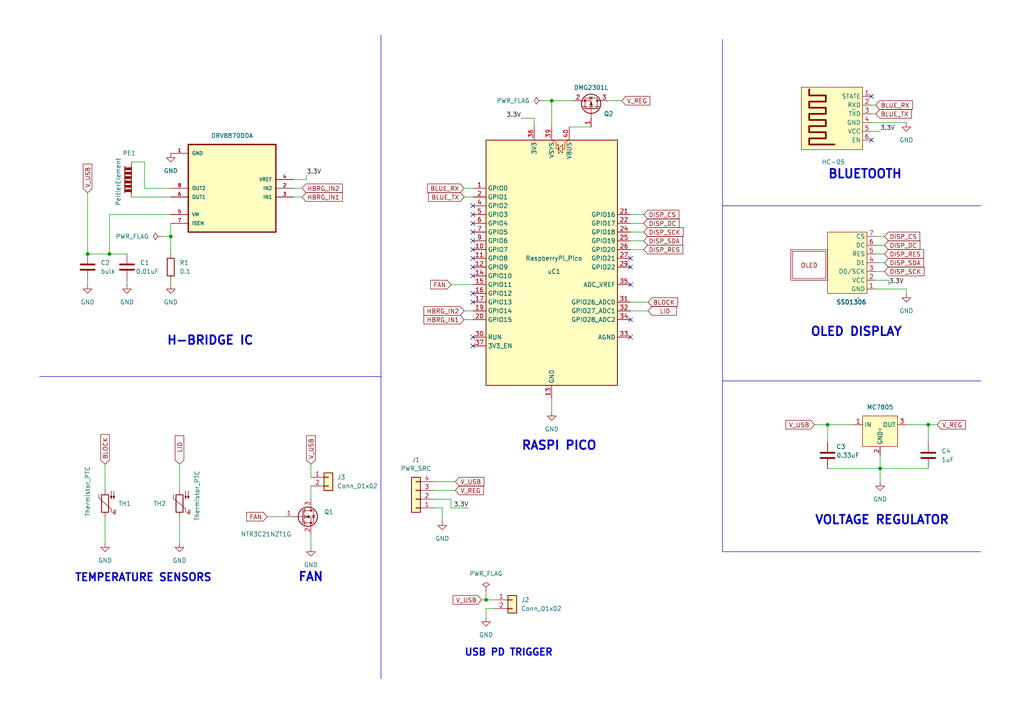
<source format=kicad_sch>
(kicad_sch (version 20230121) (generator eeschema)
  (paper "A4")
  (title_block (title "Pocket PCR Schematics") (date "14-02-2024") (rev "1") (company "TUE-16 IIT Bombay") (comment 1 "Made by PNP"))
  (lib_symbols
    (symbol "Connector_Generic:Conn_01x02" (pin_names (offset 1.016) hide)
      (property "Reference" "J" (at 0 2.54 0))
      (property "Value" "Conn_01x02" (at 0 -5.08 0))
      (symbol "Conn_01x02_1_1"
        (rectangle (start -1.27 -2.413) (end 0 -2.667) (stroke (width 0.1524)))
        (rectangle (start -1.27 0.127) (end 0 -0.127) (stroke (width 0.1524)))
        (rectangle (start -1.27 1.27) (end 1.27 -3.81) (stroke (width 0.254)) (fill (type background)))
        (pin passive line (at -5.08 0 0) (length 3.81) (name "Pin_1") (number "1"))
        (pin passive line (at -5.08 -2.54 0) (length 3.81) (name "Pin_2") (number "2"))
      )
    )
    (symbol "Connector_Generic:Conn_01x04" (pin_names (offset 1.016) hide)
      (property "Reference" "J" (at 0 5.08 0))
      (property "Value" "Conn_01x04" (at 0 -7.62 0))
      (symbol "Conn_01x04_1_1"
        (rectangle (start -1.27 -4.953) (end 0 -5.207) (stroke (width 0.1524)))
        (rectangle (start -1.27 -2.413) (end 0 -2.667) (stroke (width 0.1524)))
        (rectangle (start -1.27 0.127) (end 0 -0.127) (stroke (width 0.1524)))
        (rectangle (start -1.27 2.667) (end 0 2.413) (stroke (width 0.1524)))
        (rectangle (start -1.27 3.81) (end 1.27 -6.35) (stroke (width 0.254)) (fill (type background)))
        (pin passive line (at -5.08 2.54 0) (length 3.81) (name "Pin_1") (number "1"))
        (pin passive line (at -5.08 0 0) (length 3.81) (name "Pin_2") (number "2"))
        (pin passive line (at -5.08 -2.54 0) (length 3.81) (name "Pin_3") (number "3"))
        (pin passive line (at -5.08 -5.08 0) (length 3.81) (name "Pin_4") (number "4"))
      )
    )
    (symbol "Custom_Components:HC-05"
      (property "Reference" "HC-05" (at 6.35 -13.462 0))
      (symbol "HC-05_1_1"
        (rectangle (start -2.54 6.477) (end 15.24 -11.684) (fill (type background)))
        (polyline (pts (xy 12.954 5.842) (xy 12.954 4.318) (xy 12.954 4.064) (xy 8.128 4.064) (xy 8.128 2.286) (xy 12.954 2.286) (xy 12.954 0.508) (xy 8.128 0.508) (xy 8.128 -1.27) (xy 12.954 -1.27) (xy 12.954 -2.794) (xy 12.954 -3.048) (xy 8.128 -3.048) (xy 8.128 -4.826) (xy 12.954 -4.826) (xy 12.954 -6.604) (xy 8.128 -6.604) (xy 8.128 -8.382) (xy 12.7 -8.382) (xy 12.954 -8.382) (xy 12.954 -10.16) (xy 5.588 -10.16)) (stroke (width 0.5)))
        (pin output line (at -5.08 3.81 0) (length 2.54) (name "STATE") (number "1"))
        (pin input line (at -5.08 1.27 0) (length 2.54) (name "RXD") (number "2"))
        (pin output line (at -5.08 -1.27 0) (length 2.54) (name "TXD") (number "3"))
        (pin input line (at -5.08 -3.81 0) (length 2.54) (name "GND") (number "4"))
        (pin input line (at -5.08 -6.35 0) (length 2.54) (name "VCC") (number "5"))
        (pin input line (at -5.08 -8.89 0) (length 2.54) (name "EN") (number "6"))
      )
    )
    (symbol "Custom_Components:MC7805AC"
      (property "Reference" "MC7805" (at 0 6.35 0))
      (symbol "MC7805AC_0_1"
        (rectangle (start 3.81 -2.54) (end 3.81 -2.54))
      )
      (symbol "MC7805AC_1_1"
        (rectangle (start -5.08 3.81) (end 5.08 -5.08) (fill (type background)))
        (pin power_in line (at -7.62 1.27 0) (length 2.54) (name "IN") (number "1"))
        (pin power_in line (at 0 -7.62 90) (length 2.54) (name "GND") (number "2"))
        (pin power_out line (at 7.62 1.27 180) (length 2.54) (name "OUT") (number "3"))
      )
    )
    (symbol "Custom_Components:SSD1306"
      (property "Reference" "SSD1306" (at 3.81 -15.24 0))
      (symbol "SSD1306_0_1"
        (rectangle (start 8.89 0) (end 19.558 -8.89))
        (rectangle (start 9.398 -0.508) (end 19.05 -8.382))
      )
      (symbol "SSD1306_1_1"
        (rectangle (start -2.54 3.81) (end 8.89 -13.97) (fill (type background)))
        (text "OLED" (at 14.224 -4.318 0) (effects (font (size 1.27 1.27))))
        (pin input line (at -5.08 2.54 0) (length 2.54) (name "GND") (number "1"))
        (pin input line (at -5.08 0 0) (length 2.54) (name "VCC") (number "2"))
        (pin input line (at -5.08 -2.54 0) (length 2.54) (name "D0/SCK") (number "3"))
        (pin input line (at -5.08 -5.08 0) (length 2.54) (name "D1") (number "4"))
        (pin input line (at -5.08 -7.62 0) (length 2.54) (name "RES") (number "5"))
        (pin input line (at -5.08 -10.16 0) (length 2.54) (name "DC") (number "6"))
        (pin input line (at -5.08 -12.7 0) (length 2.54) (name "CS") (number "7"))
      )
    )
    (symbol "DRV8870DDA:DRV8870DDA" (pin_names (offset 1.016))
      (property "Reference" "U" (at -12.7 13.7 0))
      (property "Value" "DRV8870DDA" (at -12.7 -16.7 0))
      (symbol "DRV8870DDA_0_0"
        (rectangle (start -12.7 -12.7) (end 12.7 12.7) (stroke (width 0.41)) (fill (type background)))
        (pin power_in line (at 17.78 -10.16 180) (length 5.08) (name "GND") (number "1"))
        (pin input line (at -17.78 0 0) (length 5.08) (name "IN2") (number "2"))
        (pin input line (at -17.78 2.54 0) (length 5.08) (name "IN1") (number "3"))
        (pin input line (at -17.78 -2.54 0) (length 5.08) (name "VREF") (number "4"))
        (pin power_in line (at 17.78 7.62 180) (length 5.08) (name "VM") (number "5"))
        (pin output line (at 17.78 2.54 180) (length 5.08) (name "OUT1") (number "6"))
        (pin power_in line (at 17.78 10.16 180) (length 5.08) (name "ISEN") (number "7"))
        (pin output line (at 17.78 0 180) (length 5.08) (name "OUT2") (number "8"))
      )
    )
    (symbol "Device:C" (pin_numbers hide) (pin_names (offset 0.254))
      (property "Reference" "C" (at 0.635 2.54 0))
      (property "Value" "C" (at 0.635 -2.54 0))
      (symbol "C_0_1"
        (polyline (pts (xy -2.032 -0.762) (xy 2.032 -0.762)) (stroke (width 0.508)))
        (polyline (pts (xy -2.032 0.762) (xy 2.032 0.762)) (stroke (width 0.508)))
      )
      (symbol "C_1_1"
        (pin passive line (at 0 3.81 270) (length 2.794) (name "~") (number "1"))
        (pin passive line (at 0 -3.81 90) (length 2.794) (name "~") (number "2"))
      )
    )
    (symbol "Device:PeltierElement" (pin_numbers hide) (pin_names (offset 0))
      (property "Reference" "PE" (at 0 3.175 0))
      (property "Value" "PeltierElement" (at 0 -1.27 0))
      (symbol "PeltierElement_0_1"
        (rectangle (start -3.556 1.905) (end -2.921 0) (fill (type outline)))
        (rectangle (start -2.286 1.905) (end -1.651 0) (fill (type outline)))
        (rectangle (start -0.381 1.905) (end -1.016 0) (fill (type outline)))
        (polyline (pts (xy -3.81 0) (xy 3.81 0)) (stroke (width 0.254)) (fill (type outline)))
        (polyline (pts (xy -3.81 1.905) (xy 3.81 1.905)) (stroke (width 0.254)))
        (rectangle (start 0.889 1.905) (end 0.254 0) (fill (type outline)))
        (rectangle (start 1.524 0) (end 2.159 1.905) (fill (type outline)))
        (rectangle (start 2.794 0) (end 3.429 1.905) (fill (type outline)))
      )
      (symbol "PeltierElement_1_1"
        (pin passive line (at -5.08 0 0) (length 1.27) (name "~") (number "1"))
        (pin passive line (at 5.08 0 180) (length 1.27) (name "~") (number "2"))
      )
    )
    (symbol "Device:Q_NMOS_GSD" (pin_names (offset 0) hide)
      (property "Reference" "Q" (at 5.08 1.27 0))
      (property "Value" "Q_NMOS_GSD" (at 5.08 -1.27 0))
      (symbol "Q_NMOS_GSD_0_1"
        (polyline (pts (xy 0.254 0) (xy -2.54 0)))
        (polyline (pts (xy 0.254 1.905) (xy 0.254 -1.905)) (stroke (width 0.254)))
        (polyline (pts (xy 0.762 -1.27) (xy 0.762 -2.286)) (stroke (width 0.254)))
        (polyline (pts (xy 0.762 0.508) (xy 0.762 -0.508)) (stroke (width 0.254)))
        (polyline (pts (xy 0.762 2.286) (xy 0.762 1.27)) (stroke (width 0.254)))
        (polyline (pts (xy 2.54 2.54) (xy 2.54 1.778)))
        (polyline (pts (xy 2.54 -2.54) (xy 2.54 0) (xy 0.762 0)))
        (polyline (pts (xy 0.762 -1.778) (xy 3.302 -1.778) (xy 3.302 1.778) (xy 0.762 1.778)))
        (polyline (pts (xy 1.016 0) (xy 2.032 0.381) (xy 2.032 -0.381) (xy 1.016 0)) (fill (type outline)))
        (polyline (pts (xy 2.794 0.508) (xy 2.921 0.381) (xy 3.683 0.381) (xy 3.81 0.254)))
        (polyline (pts (xy 3.302 0.381) (xy 2.921 -0.254) (xy 3.683 -0.254) (xy 3.302 0.381)))
        (circle (center 1.651 0) (radius 2.794) (stroke (width 0.254)))
        (circle (center 2.54 -1.778) (radius 0.254) (fill (type outline)))
        (circle (center 2.54 1.778) (radius 0.254) (fill (type outline)))
      )
      (symbol "Q_NMOS_GSD_1_1"
        (pin input line (at -5.08 0 0) (length 2.54) (name "G") (number "1"))
        (pin passive line (at 2.54 -5.08 90) (length 2.54) (name "S") (number "2"))
        (pin passive line (at 2.54 5.08 270) (length 2.54) (name "D") (number "3"))
      )
    )
    (symbol "Device:R" (pin_numbers hide) (pin_names (offset 0))
      (property "Reference" "R" (at 2.032 0 90))
      (property "Value" "R" (at 0 0 90))
      (symbol "R_0_1"
        (rectangle (start -1.016 -2.54) (end 1.016 2.54) (stroke (width 0.254)))
      )
      (symbol "R_1_1"
        (pin passive line (at 0 3.81 270) (length 1.27) (name "~") (number "1"))
        (pin passive line (at 0 -3.81 90) (length 1.27) (name "~") (number "2"))
      )
    )
    (symbol "Device:Thermistor_PTC" (pin_numbers hide) (pin_names (offset 0))
      (property "Reference" "TH" (at -4.064 0 90))
      (property "Value" "Thermistor_PTC" (at 3.048 0 90))
      (symbol "Thermistor_PTC_0_1"
        (arc (start -3.048 2.159) (mid -3.0495 2.3143) (end -3.175 2.413))
        (arc (start -3.048 2.159) (mid -2.9736 1.9794) (end -2.794 1.905))
        (arc (start -3.048 2.794) (mid -2.9736 2.6144) (end -2.794 2.54))
        (arc (start -2.794 1.905) (mid -2.6144 1.9794) (end -2.54 2.159))
        (arc (start -2.794 2.54) (mid -2.4393 2.5587) (end -2.159 2.794))
        (arc (start -2.794 3.048) (mid -2.9736 2.9736) (end -3.048 2.794))
        (arc (start -2.54 2.794) (mid -2.6144 2.9736) (end -2.794 3.048))
        (rectangle (start -1.016 2.54) (end 1.016 -2.54) (stroke (width 0.254)))
        (polyline (pts (xy -2.54 2.159) (xy -2.54 2.794)))
        (polyline (pts (xy -1.778 2.54) (xy -1.778 1.524) (xy 1.778 -1.524) (xy 1.778 -2.54)))
        (polyline (pts (xy -2.54 -3.683) (xy -2.54 -1.397) (xy -2.794 -2.159) (xy -2.286 -2.159) (xy -2.54 -1.397) (xy -2.54 -1.651)) (fill (type outline)))
        (polyline (pts (xy -1.778 -3.683) (xy -1.778 -1.397) (xy -2.032 -2.159) (xy -1.524 -2.159) (xy -1.778 -1.397) (xy -1.778 -1.651)) (fill (type outline)))
      )
      (symbol "Thermistor_PTC_1_1"
        (pin passive line (at 0 3.81 270) (length 1.27) (name "~") (number "1"))
        (pin passive line (at 0 -3.81 90) (length 1.27) (name "~") (number "2"))
      )
    )
    (symbol "MCU_Module_RaspberryPi_Pico:RaspberryPi_Pico"
      (property "Reference" "U" (at -19.05 38.1 0))
      (property "Value" "RaspberryPi_Pico" (at 7.62 38.1 0))
      (symbol "RaspberryPi_Pico_0_1"
        (rectangle (start -19.05 36.83) (end 19.05 -34.29) (stroke (width 0.254)) (fill (type background)))
        (polyline (pts (xy 0 36.83) (xy 1.27 36.195) (xy 1.27 34.29) (xy 1.905 34.29)))
        (polyline (pts (xy 1.905 34.29) (xy 3.175 35.56) (xy 3.175 33.02) (xy 1.905 34.29)))
        (polyline (pts (xy 5.08 36.83) (xy 3.81 36.195) (xy 3.81 34.29) (xy 3.175 34.29)))
        (polyline (pts (xy 1.651 35.306) (xy 1.651 35.56) (xy 1.905 35.56) (xy 1.905 33.02) (xy 2.159 33.02) (xy 2.159 33.274)))
      )
      (symbol "RaspberryPi_Pico_1_1"
        (pin bidirectional line (at -22.86 22.86 0) (length 3.81) (name "GPIO0") (number "1"))
        (pin bidirectional line (at -22.86 5.08 0) (length 3.81) (name "GPIO7") (number "10"))
        (pin bidirectional line (at -22.86 2.54 0) (length 3.81) (name "GPIO8") (number "11"))
        (pin bidirectional line (at -22.86 0 0) (length 3.81) (name "GPIO9") (number "12"))
        (pin power_out line (at 0 -38.1 90) (length 3.81) (name "GND") (number "13"))
        (pin bidirectional line (at -22.86 -2.54 0) (length 3.81) (name "GPIO10") (number "14"))
        (pin bidirectional line (at -22.86 -5.08 0) (length 3.81) (name "GPIO11") (number "15"))
        (pin bidirectional line (at -22.86 -7.62 0) (length 3.81) (name "GPIO12") (number "16"))
        (pin bidirectional line (at -22.86 -10.16 0) (length 3.81) (name "GPIO13") (number "17"))
        (pin passive line (at 0 -38.1 90) (length 3.81) hide (name "GND") (number "18"))
        (pin bidirectional line (at -22.86 -12.7 0) (length 3.81) (name "GPIO14") (number "19"))
        (pin bidirectional line (at -22.86 20.32 0) (length 3.81) (name "GPIO1") (number "2"))
        (pin bidirectional line (at -22.86 -15.24 0) (length 3.81) (name "GPIO15") (number "20"))
        (pin bidirectional line (at 22.86 15.24 180) (length 3.81) (name "GPIO16") (number "21"))
        (pin bidirectional line (at 22.86 12.7 180) (length 3.81) (name "GPIO17") (number "22"))
        (pin passive line (at 0 -38.1 90) (length 3.81) hide (name "GND") (number "23"))
        (pin bidirectional line (at 22.86 10.16 180) (length 3.81) (name "GPIO18") (number "24"))
        (pin bidirectional line (at 22.86 7.62 180) (length 3.81) (name "GPIO19") (number "25"))
        (pin bidirectional line (at 22.86 5.08 180) (length 3.81) (name "GPIO20") (number "26"))
        (pin bidirectional line (at 22.86 2.54 180) (length 3.81) (name "GPIO21") (number "27"))
        (pin passive line (at 0 -38.1 90) (length 3.81) hide (name "GND") (number "28"))
        (pin bidirectional line (at 22.86 0 180) (length 3.81) (name "GPIO22") (number "29"))
        (pin passive line (at 0 -38.1 90) (length 3.81) hide (name "GND") (number "3"))
        (pin input line (at -22.86 -20.32 0) (length 3.81) (name "RUN") (number "30"))
        (pin bidirectional line (at 22.86 -10.16 180) (length 3.81) (name "GPIO26_ADC0") (number "31"))
        (pin bidirectional line (at 22.86 -12.7 180) (length 3.81) (name "GPIO27_ADC1") (number "32"))
        (pin power_in line (at 22.86 -20.32 180) (length 3.81) (name "AGND") (number "33"))
        (pin bidirectional line (at 22.86 -15.24 180) (length 3.81) (name "GPIO28_ADC2") (number "34"))
        (pin power_in line (at 22.86 -5.08 180) (length 3.81) (name "ADC_VREF") (number "35"))
        (pin power_out line (at -5.08 40.64 270) (length 3.81) (name "3V3") (number "36"))
        (pin input line (at -22.86 -22.86 0) (length 3.81) (name "3V3_EN") (number "37"))
        (pin passive line (at 0 -38.1 90) (length 3.81) hide (name "GND") (number "38"))
        (pin power_in line (at 0 40.64 270) (length 3.81) (name "VSYS") (number "39"))
        (pin bidirectional line (at -22.86 17.78 0) (length 3.81) (name "GPIO2") (number "4"))
        (pin power_out line (at 5.08 40.64 270) (length 3.81) (name "VBUS") (number "40"))
        (pin bidirectional line (at -22.86 15.24 0) (length 3.81) (name "GPIO3") (number "5"))
        (pin bidirectional line (at -22.86 12.7 0) (length 3.81) (name "GPIO4") (number "6"))
        (pin bidirectional line (at -22.86 10.16 0) (length 3.81) (name "GPIO5") (number "7"))
        (pin passive line (at 0 -38.1 90) (length 3.81) hide (name "GND") (number "8"))
        (pin bidirectional line (at -22.86 7.62 0) (length 3.81) (name "GPIO6") (number "9"))
      )
    )
    (symbol "Transistor_FET:DMG2301L" (pin_names hide)
      (property "Reference" "Q" (at 5.08 1.905 0))
      (property "Value" "DMG2301L" (at 5.08 0 0))
      (symbol "DMG2301L_0_1"
        (polyline (pts (xy 0.254 0) (xy -2.54 0)))
        (polyline (pts (xy 0.254 1.905) (xy 0.254 -1.905)) (stroke (width 0.254)))
        (polyline (pts (xy 0.762 -1.27) (xy 0.762 -2.286)) (stroke (width 0.254)))
        (polyline (pts (xy 0.762 0.508) (xy 0.762 -0.508)) (stroke (width 0.254)))
        (polyline (pts (xy 0.762 2.286) (xy 0.762 1.27)) (stroke (width 0.254)))
        (polyline (pts (xy 2.54 2.54) (xy 2.54 1.778)))
        (polyline (pts (xy 2.54 -2.54) (xy 2.54 0) (xy 0.762 0)))
        (polyline (pts (xy 0.762 1.778) (xy 3.302 1.778) (xy 3.302 -1.778) (xy 0.762 -1.778)))
        (polyline (pts (xy 2.286 0) (xy 1.27 0.381) (xy 1.27 -0.381) (xy 2.286 0)) (fill (type outline)))
        (polyline (pts (xy 2.794 -0.508) (xy 2.921 -0.381) (xy 3.683 -0.381) (xy 3.81 -0.254)))
        (polyline (pts (xy 3.302 -0.381) (xy 2.921 0.254) (xy 3.683 0.254) (xy 3.302 -0.381)))
        (circle (center 1.651 0) (radius 2.794) (stroke (width 0.254)))
        (circle (center 2.54 -1.778) (radius 0.254) (fill (type outline)))
        (circle (center 2.54 1.778) (radius 0.254) (fill (type outline)))
      )
      (symbol "DMG2301L_1_1"
        (pin input line (at -5.08 0 0) (length 2.54) (name "G") (number "1"))
        (pin passive line (at 2.54 -5.08 90) (length 2.54) (name "S") (number "2"))
        (pin passive line (at 2.54 5.08 270) (length 2.54) (name "D") (number "3"))
      )
    )
    (symbol "power:GND" (power) (pin_names (offset 0))
      (property "Value" "GND" (at 0 -3.81 0))
      (symbol "GND_0_1"
        (polyline (pts (xy 0 0) (xy 0 -1.27) (xy 1.27 -1.27) (xy 0 -2.54) (xy -1.27 -1.27) (xy 0 -1.27)))
      )
      (symbol "GND_1_1"
        (pin power_in line (at 0 0 270) (length 0) hide (name "GND") (number "1"))
      )
    )
    (symbol "power:PWR_FLAG" (power) (pin_numbers hide) (pin_names (offset 0) hide)
      (property "Value" "PWR_FLAG" (at 0 3.81 0))
      (symbol "PWR_FLAG_0_0"
        (pin power_out line (at 0 0 90) (length 0) (name "pwr") (number "1"))
      )
      (symbol "PWR_FLAG_0_1"
        (polyline (pts (xy 0 0) (xy 0 1.27) (xy -1.016 1.905) (xy 0 2.54) (xy 1.016 1.905) (xy 0 1.27)))
      )
    )
  )
  (junction (at 269.24 123.19))
  (junction (at 31.75 73.66))
  (junction (at 160.02 29.21))
  (junction (at 255.27 135.89))
  (junction (at 25.4 73.66))
  (junction (at 49.53 68.58))
  (junction (at 240.03 123.19))
  (junction (at 140.97 173.99))
  (no_connect (at 137.16 77.47))
  (no_connect (at 137.16 85.09))
  (no_connect (at 182.88 82.55))
  (no_connect (at 137.16 80.01))
  (no_connect (at 137.16 59.69))
  (no_connect (at 137.16 100.33))
  (no_connect (at 137.16 74.93))
  (no_connect (at 137.16 62.23))
  (no_connect (at 252.73 27.94))
  (no_connect (at 137.16 87.63))
  (no_connect (at 137.16 69.85))
  (no_connect (at 252.73 40.64))
  (no_connect (at 182.88 92.71))
  (no_connect (at 137.16 67.31))
  (no_connect (at 137.16 64.77))
  (no_connect (at 137.16 72.39))
  (no_connect (at 182.88 97.79))
  (no_connect (at 182.88 74.93))
  (no_connect (at 137.16 97.79))
  (no_connect (at 182.88 77.47))
  (wire (pts (xy 125.73 142.24) (xy 132.08 142.24)))
  (wire (pts (xy 256.54 73.66) (xy 254 73.66)))
  (wire (pts (xy 52.07 134.62) (xy 52.07 142.24)))
  (wire (pts (xy 130.81 82.55) (xy 137.16 82.55)))
  (wire (pts (xy 90.17 140.97) (xy 90.17 144.78)))
  (wire (pts (xy 252.73 30.48) (xy 254 30.48)))
  (wire (pts (xy 262.89 83.82) (xy 262.89 85.09)))
  (polyline (pts (xy 11.43 109.22) (xy 110.49 109.22)))
  (wire (pts (xy 88.9 52.07) (xy 88.9 50.8)))
  (wire (pts (xy 49.53 64.77) (xy 49.53 68.58)))
  (wire (pts (xy 236.22 123.19) (xy 240.03 123.19)))
  (wire (pts (xy 134.62 92.71) (xy 137.16 92.71)))
  (wire (pts (xy 25.4 81.28) (xy 25.4 82.55)))
  (wire (pts (xy 165.1 36.83) (xy 171.45 36.83)))
  (wire (pts (xy 31.75 62.23) (xy 31.75 73.66)))
  (wire (pts (xy 269.24 123.19) (xy 269.24 128.27)))
  (wire (pts (xy 255.27 135.89) (xy 269.24 135.89)))
  (wire (pts (xy 257.81 81.28) (xy 257.81 82.55)))
  (wire (pts (xy 182.88 69.85) (xy 186.69 69.85)))
  (wire (pts (xy 160.02 115.57) (xy 160.02 119.38)))
  (wire (pts (xy 31.75 62.23) (xy 49.53 62.23)))
  (wire (pts (xy 140.97 173.99) (xy 143.51 173.99)))
  (wire (pts (xy 85.09 54.61) (xy 87.63 54.61)))
  (wire (pts (xy 128.27 147.32) (xy 128.27 151.13)))
  (polyline (pts (xy 209.55 160.02) (xy 284.48 160.02)))
  (wire (pts (xy 25.4 73.66) (xy 31.75 73.66)))
  (wire (pts (xy 143.51 176.53) (xy 140.97 176.53)))
  (wire (pts (xy 256.54 78.74) (xy 254 78.74)))
  (wire (pts (xy 252.73 33.02) (xy 254 33.02)))
  (wire (pts (xy 262.89 123.19) (xy 269.24 123.19)))
  (wire (pts (xy 49.53 81.28) (xy 49.53 82.55)))
  (wire (pts (xy 49.53 68.58) (xy 49.53 73.66)))
  (wire (pts (xy 36.83 82.55) (xy 36.83 81.28)))
  (wire (pts (xy 77.47 149.86) (xy 82.55 149.86)))
  (wire (pts (xy 256.54 76.2) (xy 254 76.2)))
  (wire (pts (xy 52.07 149.86) (xy 52.07 157.48)))
  (wire (pts (xy 134.62 54.61) (xy 137.16 54.61)))
  (wire (pts (xy 125.73 139.7) (xy 132.08 139.7)))
  (wire (pts (xy 140.97 171.45) (xy 140.97 173.99)))
  (wire (pts (xy 252.73 35.56) (xy 262.89 35.56)))
  (wire (pts (xy 130.81 147.32) (xy 135.89 147.32)))
  (wire (pts (xy 30.48 134.62) (xy 30.48 142.24)))
  (wire (pts (xy 262.89 83.82) (xy 254 83.82)))
  (wire (pts (xy 166.37 29.21) (xy 160.02 29.21)))
  (wire (pts (xy 130.81 147.32) (xy 130.81 144.78)))
  (wire (pts (xy 182.88 90.17) (xy 187.96 90.17)))
  (wire (pts (xy 252.73 38.1) (xy 255.27 38.1)))
  (wire (pts (xy 182.88 87.63) (xy 187.96 87.63)))
  (wire (pts (xy 140.97 176.53) (xy 140.97 179.07)))
  (wire (pts (xy 160.02 29.21) (xy 160.02 36.83)))
  (wire (pts (xy 269.24 123.19) (xy 271.78 123.19)))
  (wire (pts (xy 182.88 72.39) (xy 186.69 72.39)))
  (wire (pts (xy 85.09 52.07) (xy 88.9 52.07)))
  (wire (pts (xy 134.62 57.15) (xy 137.16 57.15)))
  (wire (pts (xy 182.88 64.77) (xy 186.69 64.77)))
  (polyline (pts (xy 209.55 110.49) (xy 284.48 110.49)))
  (wire (pts (xy 139.7 173.99) (xy 140.97 173.99)))
  (wire (pts (xy 256.54 68.58) (xy 254 68.58)))
  (wire (pts (xy 154.94 34.29) (xy 154.94 36.83)))
  (wire (pts (xy 240.03 123.19) (xy 240.03 128.27)))
  (wire (pts (xy 130.81 144.78) (xy 125.73 144.78)))
  (polyline (pts (xy 209.55 59.69) (xy 284.48 59.69)))
  (wire (pts (xy 157.48 29.21) (xy 160.02 29.21)))
  (wire (pts (xy 257.81 81.28) (xy 254 81.28)))
  (polyline (pts (xy 209.55 11.43) (xy 209.55 160.02)))
  (wire (pts (xy 49.53 54.61) (xy 41.91 54.61)))
  (wire (pts (xy 85.09 57.15) (xy 87.63 57.15)))
  (wire (pts (xy 240.03 123.19) (xy 247.65 123.19)))
  (wire (pts (xy 240.03 135.89) (xy 255.27 135.89)))
  (wire (pts (xy 256.54 71.12) (xy 254 71.12)))
  (wire (pts (xy 176.53 29.21) (xy 180.34 29.21)))
  (wire (pts (xy 41.91 46.99) (xy 38.1 46.99)))
  (wire (pts (xy 25.4 55.88) (xy 25.4 73.66)))
  (wire (pts (xy 151.13 34.29) (xy 154.94 34.29)))
  (wire (pts (xy 255.27 135.89) (xy 255.27 139.7)))
  (wire (pts (xy 41.91 54.61) (xy 41.91 46.99)))
  (wire (pts (xy 90.17 154.94) (xy 90.17 158.75)))
  (wire (pts (xy 31.75 73.66) (xy 36.83 73.66)))
  (wire (pts (xy 182.88 67.31) (xy 186.69 67.31)))
  (polyline (pts (xy 110.49 10.16) (xy 110.49 196.85)))
  (wire (pts (xy 182.88 62.23) (xy 186.69 62.23)))
  (wire (pts (xy 30.48 149.86) (xy 30.48 157.48)))
  (wire (pts (xy 90.17 134.62) (xy 90.17 138.43)))
  (wire (pts (xy 38.1 57.15) (xy 49.53 57.15)))
  (wire (pts (xy 134.62 90.17) (xy 137.16 90.17)))
  (wire (pts (xy 255.27 132.08) (xy 255.27 135.89)))
  (wire (pts (xy 46.99 68.58) (xy 49.53 68.58)))
  (wire (pts (xy 125.73 147.32) (xy 128.27 147.32)))
  (text "RASPI PICO" (at 151.13 130.81 0) (effects (font (size 2.5 2.5) (thickness 0.5) bold) (justify left bottom)))
  (text "FAN\n" (at 86.36 168.91 0) (effects (font (size 2.5 2.5) (thickness 0.5) bold) (justify left bottom)))
  (text "OLED DISPLAY" (at 234.95 97.79 0) (effects (font (size 2.5 2.5) (thickness 0.5) bold) (justify left bottom)))
  (text "BLUETOOTH " (at 240.03 52.07 0) (effects (font (size 2.5 2.5) (thickness 0.5) bold) (justify left bottom)))
  (text "H-BRIDGE IC" (at 48.26 100.33 0) (effects (font (size 2.5 2.5) (thickness 0.5) bold) (justify left bottom)))
  (text "TEMPERATURE SENSORS\n" (at 21.59 168.91 0) (effects (font (size 2.2 2.2) (thickness 0.44) bold) (justify left bottom)))
  (text "VOLTAGE REGULATOR\n" (at 236.22 152.4 0) (effects (font (size 2.5 2.5) (thickness 0.5) bold) (justify left bottom)))
  (text "USB PD TRIGGER\n" (at 134.62 190.5 0) (effects (font (size 2 2) (thickness 0.4) bold) (justify left bottom)))
  (label "3.3V" (at 135.89 147.32 180))
  (label "3.3V" (at 255.27 38.1 0))
  (label "3.3V" (at 257.81 82.55 0))
  (label "3.3V" (at 151.13 34.29 180))
  (label "3.3V" (at 88.9 50.8 0))
  (global_label "BLOCK" (shape input) (at 187.96 87.63 0) (property "Intersheetrefs" "${INTERSHEET_REFS}" (effects hide)))
  (global_label "V_USB" (shape input) (at 25.4 55.88 90) (property "Intersheetrefs" "${INTERSHEET_REFS}" (effects hide)))
  (global_label "V_USB" (shape input) (at 132.08 139.7 0) (property "Intersheetrefs" "${INTERSHEET_REFS}" (effects hide)))
  (global_label "DISP_CS" (shape input) (at 256.54 68.58 0) (property "Intersheetrefs" "${INTERSHEET_REFS}" (effects hide)))
  (global_label "HBRG_IN2" (shape input) (at 87.63 54.61 0) (property "Intersheetrefs" "${INTERSHEET_REFS}" (effects hide)))
  (global_label "BLOCK" (shape input) (at 30.48 134.62 90) (property "Intersheetrefs" "${INTERSHEET_REFS}" (effects hide)))
  (global_label "V_REG" (shape input) (at 132.08 142.24 0) (property "Intersheetrefs" "${INTERSHEET_REFS}" (effects hide)))
  (global_label "HBRG_IN1" (shape input) (at 134.62 92.71 180) (property "Intersheetrefs" "${INTERSHEET_REFS}" (effects hide)))
  (global_label "DISP_SCK" (shape input) (at 256.54 78.74 0) (property "Intersheetrefs" "${INTERSHEET_REFS}" (effects hide)))
  (global_label "DISP_DC" (shape input) (at 186.69 64.77 0) (property "Intersheetrefs" "${INTERSHEET_REFS}" (effects hide)))
  (global_label "V_REG" (shape input) (at 180.34 29.21 0) (property "Intersheetrefs" "${INTERSHEET_REFS}" (effects hide)))
  (global_label "BLUE_RX" (shape input) (at 254 30.48 0) (property "Intersheetrefs" "${INTERSHEET_REFS}" (effects hide)))
  (global_label "HBRG_IN1" (shape input) (at 87.63 57.15 0) (property "Intersheetrefs" "${INTERSHEET_REFS}" (effects hide)))
  (global_label "DISP_CS" (shape input) (at 186.69 62.23 0) (property "Intersheetrefs" "${INTERSHEET_REFS}" (effects hide)))
  (global_label "V_USB" (shape input) (at 236.22 123.19 180) (property "Intersheetrefs" "${INTERSHEET_REFS}" (effects hide)))
  (global_label "DISP_RES" (shape input) (at 186.69 72.39 0) (property "Intersheetrefs" "${INTERSHEET_REFS}" (effects hide)))
  (global_label "V_USB" (shape input) (at 139.7 173.99 180) (property "Intersheetrefs" "${INTERSHEET_REFS}" (effects hide)))
  (global_label "DISP_SDA" (shape input) (at 256.54 76.2 0) (property "Intersheetrefs" "${INTERSHEET_REFS}" (effects hide)))
  (global_label "DISP_SCK" (shape input) (at 186.69 67.31 0) (property "Intersheetrefs" "${INTERSHEET_REFS}" (effects hide)))
  (global_label "BLUE_TX" (shape input) (at 254 33.02 0) (property "Intersheetrefs" "${INTERSHEET_REFS}" (effects hide)))
  (global_label "  LID " (shape input) (at 187.96 90.17 0) (property "Intersheetrefs" "${INTERSHEET_REFS}" (effects hide)))
  (global_label "DISP_DC" (shape input) (at 256.54 71.12 0) (property "Intersheetrefs" "${INTERSHEET_REFS}" (effects hide)))
  (global_label "V_USB" (shape input) (at 90.17 134.62 90) (property "Intersheetrefs" "${INTERSHEET_REFS}" (effects hide)))
  (global_label "V_REG" (shape input) (at 271.78 123.19 0) (property "Intersheetrefs" "${INTERSHEET_REFS}" (effects hide)))
  (global_label "FAN" (shape input) (at 77.47 149.86 180) (property "Intersheetrefs" "${INTERSHEET_REFS}" (effects hide)))
  (global_label "HBRG_IN2" (shape input) (at 134.62 90.17 180) (property "Intersheetrefs" "${INTERSHEET_REFS}" (effects hide)))
  (global_label "FAN" (shape input) (at 130.81 82.55 180) (property "Intersheetrefs" "${INTERSHEET_REFS}" (effects hide)))
  (global_label "BLUE_RX" (shape input) (at 134.62 54.61 180) (property "Intersheetrefs" "${INTERSHEET_REFS}" (effects hide)))
  (global_label "DISP_RES" (shape input) (at 256.54 73.66 0) (property "Intersheetrefs" "${INTERSHEET_REFS}" (effects hide)))
  (global_label "DISP_SDA" (shape input) (at 186.69 69.85 0) (property "Intersheetrefs" "${INTERSHEET_REFS}" (effects hide)))
  (global_label "  LID " (shape input) (at 52.07 134.62 90) (property "Intersheetrefs" "${INTERSHEET_REFS}" (effects hide)))
  (global_label "BLUE_TX" (shape input) (at 134.62 57.15 180) (property "Intersheetrefs" "${INTERSHEET_REFS}" (effects hide)))
  (symbol (lib_id "Device:C") (at 240.03 132.08 0) (unit 1)
    (property "Reference" "C3" (at 242.57 129.54 0) (effects (justify left)))
    (property "Value" "0.33uF" (at 242.57 132.08 0) (effects (justify left)))
  )
  (symbol (lib_id "Device:C") (at 269.24 132.08 0) (unit 1)
    (property "Reference" "C4" (at 273.05 130.81 0) (effects (justify left)))
    (property "Value" "1uF" (at 273.05 133.35 0) (effects (justify left)))
  )
  (symbol (lib_id "power:PWR_FLAG") (at 46.99 68.58 90) (unit 1)
    (property "Reference" "#FLG03" (effects hide))
    (property "Value" "PWR_FLAG" (at 43.18 68.58 90) (effects (justify left)))
  )
  (symbol (lib_id "power:GND") (at 160.02 119.38 0) (unit 1)
    (property "Reference" "#PWR03" (effects hide))
    (property "Value" "GND" (at 160.02 124.46 0))
  )
  (symbol (lib_id "power:GND") (at 90.17 158.75 0) (mirror y) (unit 1)
    (property "Reference" "#PWR011" (effects hide))
    (property "Value" "GND" (at 90.17 163.83 0))
  )
  (symbol (lib_id "power:GND") (at 36.83 82.55 0) (mirror y) (unit 1)
    (property "Reference" "#PWR06" (effects hide))
    (property "Value" "GND" (at 36.83 87.63 0))
  )
  (symbol (lib_id "Custom_Components:HC-05") (at 247.65 31.75 0) (mirror y) (unit 1)
    (property "Reference" "HC-05" (at 245.11 46.99 0) (effects (justify left)))
    (property "Value" "~" (at 247.65 31.75 0))
  )
  (symbol (lib_id "power:GND") (at 25.4 82.55 0) (mirror y) (unit 1)
    (property "Reference" "#PWR07" (effects hide))
    (property "Value" "GND" (at 25.4 87.63 0))
  )
  (symbol (lib_id "power:GND") (at 30.48 157.48 0) (mirror y) (unit 1)
    (property "Reference" "#PWR012" (effects hide))
    (property "Value" "GND" (at 30.48 162.56 0))
  )
  (symbol (lib_id "DRV8870DDA:DRV8870DDA") (at 67.31 54.61 180) (unit 1)
    (property "Reference" "U2" (effects hide))
    (property "Value" "DRV8870DDA" (at 67.31 39.37 0))
    (property "Footprint" "DRV8870DDA:VREG_LM5017MR_NOPB" (effects hide))
    (property "MF" "Texas Instruments" (effects hide))
    (property "Description" "\n50-V, 3.6-A H-bridge motor driver with current regulation\n" (effects hide))
    (property "Package" "HSOIC-8 Texas Instruments" (effects hide))
    (property "Price" "None" (effects hide))
    (property "SnapEDA_Link" "https://www.snapeda.com/parts/DRV8870DDA/Texas+Instruments/view-part/?ref=snap" (effects hide))
    (property "MP" "DRV8870DDA" (effects hide))
    (property "Purchase-URL" "https://www.snapeda.com/api/url_track_click_mouser/?unipart_id=1221264&manufacturer=Texas Instruments&part_name=DRV8870DDA&search_term=None" (effects hide))
    (property "Availability" "In Stock" (effects hide))
    (property "Check_prices" "https://www.snapeda.com/parts/DRV8870DDA/Texas+Instruments/view-part/?ref=eda" (effects hide))
  )
  (symbol (lib_id "power:GND") (at 49.53 82.55 0) (unit 1)
    (property "Reference" "#PWR08" (effects hide))
    (property "Value" "GND" (at 49.53 87.63 0))
  )
  (symbol (lib_id "Transistor_FET:DMG2301L") (at 171.45 31.75 270) (mirror x) (unit 1)
    (property "Reference" "Q2" (at 176.53 33.02 90))
    (property "Value" "DMG2301L" (at 171.45 25.4 90))
    (property "Footprint" "Package_TO_SOT_SMD:SOT-23" (effects hide))
    (property "Datasheet" "https://www.diodes.com/assets/Datasheets/DMG2301L.pdf" (effects hide))
  )
  (symbol (lib_id "power:GND") (at 128.27 151.13 0) (unit 1)
    (property "Reference" "#PWR04" (effects hide))
    (property "Value" "GND" (at 128.27 156.21 0))
  )
  (symbol (lib_id "power:GND") (at 255.27 139.7 0) (mirror y) (unit 1)
    (property "Reference" "#PWR010" (effects hide))
    (property "Value" "GND" (at 255.27 144.78 0))
  )
  (symbol (lib_id "power:GND") (at 262.89 35.56 0) (mirror y) (unit 1)
    (property "Reference" "#PWR01" (effects hide))
    (property "Value" "GND" (at 262.89 40.64 0))
  )
  (symbol (lib_id "Device:C") (at 25.4 77.47 0) (unit 1)
    (property "Reference" "C2" (at 29.21 76.2 0) (effects (justify left)))
    (property "Value" "bulk" (at 29.21 78.74 0) (effects (justify left)))
  )
  (symbol (lib_id "power:GND") (at 262.89 85.09 0) (mirror y) (unit 1)
    (property "Reference" "#PWR02" (effects hide))
    (property "Value" "GND" (at 262.89 90.17 0))
  )
  (symbol (lib_id "power:GND") (at 52.07 157.48 0) (mirror y) (unit 1)
    (property "Reference" "#PWR013" (effects hide))
    (property "Value" "GND" (at 52.07 162.56 0))
  )
  (symbol (lib_id "power:PWR_FLAG") (at 157.48 29.21 90) (unit 1)
    (property "Reference" "#FLG01" (effects hide))
    (property "Value" "PWR_FLAG" (at 153.67 29.21 90) (effects (justify left)))
  )
  (symbol (lib_id "Connector_Generic:Conn_01x02") (at 148.59 173.99 0) (unit 1)
    (property "Reference" "J2" (at 151.13 173.99 0) (effects (justify left)))
    (property "Value" "Conn_01x02" (at 151.13 176.53 0) (effects (justify left)))
    (property "Footprint" "Connector_PinSocket_2.54mm:PinSocket_1x02_P2.54mm_Vertical" (effects hide))
  )
  (symbol (lib_id "power:GND") (at 49.53 44.45 0) (unit 1)
    (property "Reference" "#PWR05" (effects hide))
    (property "Value" "GND" (at 49.53 49.53 0))
  )
  (symbol (lib_id "Device:C") (at 36.83 77.47 0) (unit 1)
    (property "Reference" "C1" (at 40.64 76.2 0) (effects (justify left)))
    (property "Value" "0.01uF" (at 39.37 78.74 0) (effects (justify left)))
  )
  (symbol (lib_id "Device:Thermistor_PTC") (at 52.07 146.05 180) (unit 1)
    (property "Reference" "TH2" (at 44.45 146.05 0) (effects (justify right)))
    (property "Value" "Thermistor_PTC" (at 57.15 151.13 90) (effects (justify right)))
    (property "Footprint" "Connector_PinHeader_2.54mm:PinHeader_1x02_P2.54mm_Vertical" (effects hide))
  )
  (symbol (lib_id "power:GND") (at 140.97 179.07 0) (unit 1)
    (property "Reference" "#PWR09" (effects hide))
    (property "Value" "GND" (at 140.97 184.15 0))
  )
  (symbol (lib_id "Device:Q_NMOS_GSD") (at 87.63 149.86 0) (unit 1)
    (property "Reference" "Q1" (at 93.98 148.463 0) (effects (justify left)))
    (property "Value" "NTR3C21NZT1G" (at 69.85 154.94 0) (effects (justify left)))
  )
  (symbol (lib_id "Device:Thermistor_PTC") (at 30.48 146.05 180) (unit 1)
    (property "Reference" "TH1" (at 34.29 146.05 0) (effects (justify right)))
    (property "Value" "Thermistor_PTC" (at 25.4 149.86 90) (effects (justify right)))
    (property "Footprint" "Connector_PinHeader_2.54mm:PinHeader_1x02_P2.54mm_Vertical" (effects hide))
  )
  (symbol (lib_id "Connector_Generic:Conn_01x04") (at 120.65 144.78 180) (unit 1)
    (property "Reference" "J1" (at 120.65 133.35 0))
    (property "Value" "PWR_SRC" (at 120.65 135.89 0))
  )
  (symbol (lib_id "Connector_Generic:Conn_01x02") (at 95.25 138.43 0) (unit 1)
    (property "Reference" "J3" (at 97.79 138.43 0) (effects (justify left)))
    (property "Value" "Conn_01x02" (at 97.79 140.97 0) (effects (justify left)))
    (property "Footprint" "Connector_PinSocket_2.54mm:PinSocket_1x02_P2.54mm_Vertical" (effects hide))
  )
  (symbol (lib_id "Custom_Components:SSD1306") (at 248.92 81.28 180) (unit 1)
    (property "Reference" "SSD1306" (at 251.46 87.63 0) (effects (font bold) (justify left)))
    (property "Value" "~" (at 248.92 86.36 0))
  )
  (symbol (lib_id "MCU_Module_RaspberryPi_Pico:RaspberryPi_Pico") (at 160.02 77.47 0) (unit 1)
    (property "Reference" "uC1" (at 158.75 78.74 0) (effects (justify left)))
    (property "Value" "RaspberryPi_Pico" (at 152.4 74.93 0) (effects (justify left)))
    (property "Footprint" "Module_RaspberryPi_Pico:RaspberryPi_Pico_Common" (effects hide))
    (property "Datasheet" "https://datasheets.raspberrypi.com/pico/pico-datasheet.pdf" (effects hide))
  )
  (symbol (lib_id "Device:R") (at 49.53 77.47 0) (unit 1)
    (property "Reference" "R1" (at 52.07 76.2 0) (effects (justify left)))
    (property "Value" "0.1" (at 52.07 78.74 0) (effects (justify left)))
  )
  (symbol (lib_id "Custom_Components:MC7805AC") (at 255.27 124.46 0) (unit 1)
    (property "Reference" "MC7805" (at 255.27 118.11 0))
    (property "Value" "~" (at 255.27 124.46 0))
  )
  (symbol (lib_id "power:PWR_FLAG") (at 140.97 171.45 0) (unit 1)
    (property "Reference" "#FLG02" (effects hide))
    (property "Value" "PWR_FLAG" (at 140.97 166.37 0))
  )
  (symbol (lib_id "Device:PeltierElement") (at 38.1 52.07 90) (unit 1)
    (property "Reference" "PE1" (at 35.56 44.45 90) (effects (justify right)))
    (property "Value" "PeltierElement" (at 34.29 45.72 0) (effects (justify right)))
    (property "Footprint" "Connector_PinHeader_2.54mm:PinHeader_1x02_P2.54mm_Vertical" (effects hide))
  )
)
</source>
